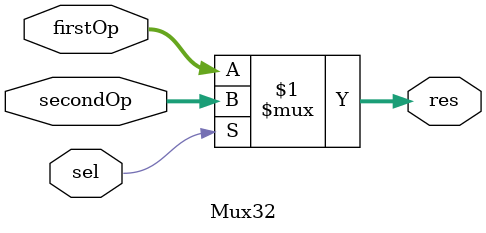
<source format=v>
/*
Module name   : mux 16-bit
Author	      : Ziad Sherif
Functionality : A simple multiplxer 16-bit 
*/
module Mux32 (
    firstOp,
    secondOp,
    sel,
    res
);
  input [31:0] firstOp;
  input [31:0] secondOp;
  input sel;
  output [31:0] res;
  assign res = sel ? secondOp : firstOp;
endmodule

</source>
